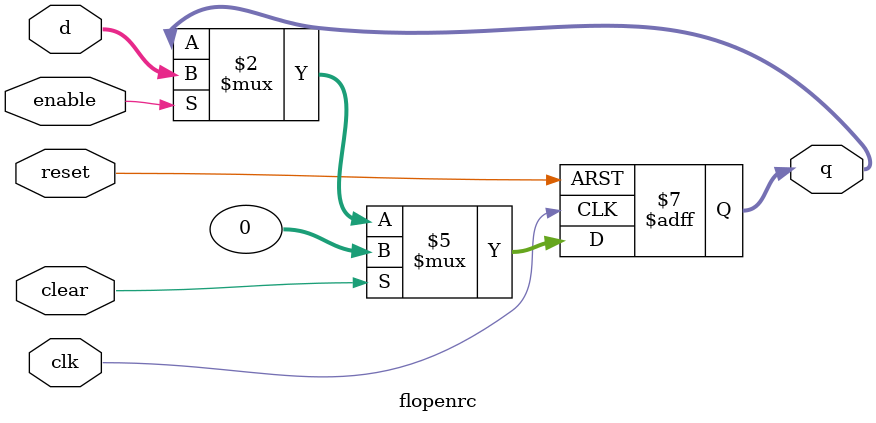
<source format=v>
`timescale 1ns / 1ps


module flopenrc #(parameter WIDTH=32)
              (input clk,reset,enable,clear,
               input [WIDTH-1:0] d,
               output reg [WIDTH-1:0] q);
   
    always @(posedge clk,posedge reset)
    begin
    if(reset) q<=0;
    else if(clear) q<=0;
    else if(enable) q<=d;
    end
endmodule

</source>
